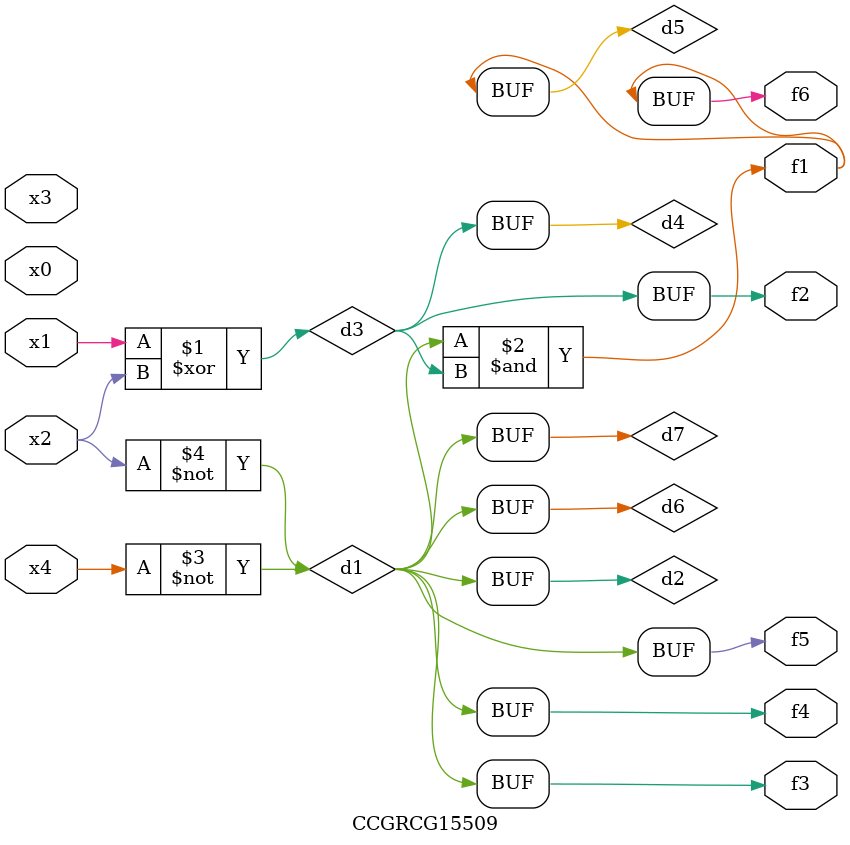
<source format=v>
module CCGRCG15509(
	input x0, x1, x2, x3, x4,
	output f1, f2, f3, f4, f5, f6
);

	wire d1, d2, d3, d4, d5, d6, d7;

	not (d1, x4);
	not (d2, x2);
	xor (d3, x1, x2);
	buf (d4, d3);
	and (d5, d1, d3);
	buf (d6, d1, d2);
	buf (d7, d2);
	assign f1 = d5;
	assign f2 = d4;
	assign f3 = d7;
	assign f4 = d7;
	assign f5 = d7;
	assign f6 = d5;
endmodule

</source>
